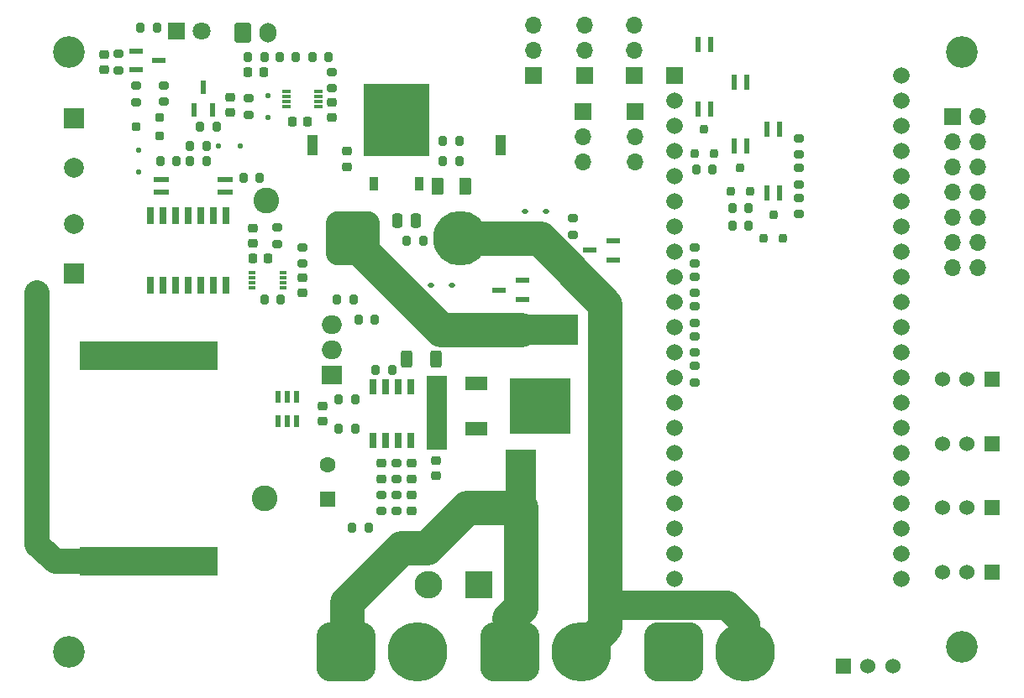
<source format=gbr>
%TF.GenerationSoftware,KiCad,Pcbnew,8.0.4*%
%TF.CreationDate,2024-08-16T06:12:58+09:00*%
%TF.ProjectId,chibarobo_board_2024,63686962-6172-46f6-926f-5f626f617264,rev?*%
%TF.SameCoordinates,Original*%
%TF.FileFunction,Soldermask,Bot*%
%TF.FilePolarity,Negative*%
%FSLAX46Y46*%
G04 Gerber Fmt 4.6, Leading zero omitted, Abs format (unit mm)*
G04 Created by KiCad (PCBNEW 8.0.4) date 2024-08-16 06:12:58*
%MOMM*%
%LPD*%
G01*
G04 APERTURE LIST*
G04 Aperture macros list*
%AMRoundRect*
0 Rectangle with rounded corners*
0 $1 Rounding radius*
0 $2 $3 $4 $5 $6 $7 $8 $9 X,Y pos of 4 corners*
0 Add a 4 corners polygon primitive as box body*
4,1,4,$2,$3,$4,$5,$6,$7,$8,$9,$2,$3,0*
0 Add four circle primitives for the rounded corners*
1,1,$1+$1,$2,$3*
1,1,$1+$1,$4,$5*
1,1,$1+$1,$6,$7*
1,1,$1+$1,$8,$9*
0 Add four rect primitives between the rounded corners*
20,1,$1+$1,$2,$3,$4,$5,0*
20,1,$1+$1,$4,$5,$6,$7,0*
20,1,$1+$1,$6,$7,$8,$9,0*
20,1,$1+$1,$8,$9,$2,$3,0*%
%AMFreePoly0*
4,1,5,1.500000,-5.750000,-1.500000,-5.750000,-1.500000,5.750000,1.500000,5.750000,1.500000,-5.750000,1.500000,-5.750000,$1*%
%AMFreePoly1*
4,1,5,1.000000,-3.750000,-1.000000,-3.750000,-1.000000,3.750000,1.000000,3.750000,1.000000,-3.750000,1.000000,-3.750000,$1*%
G04 Aperture macros list end*
%ADD10C,3.500000*%
%ADD11C,2.500000*%
%ADD12C,3.000000*%
%ADD13RoundRect,0.200000X0.250000X0.200000X-0.250000X0.200000X-0.250000X-0.200000X0.250000X-0.200000X0*%
%ADD14RoundRect,0.200000X0.200000X-0.250000X0.200000X0.250000X-0.200000X0.250000X-0.200000X-0.250000X0*%
%ADD15R,1.000000X2.000000*%
%ADD16RoundRect,1.375000X-1.375000X-1.375000X1.375000X-1.375000X1.375000X1.375000X-1.375000X1.375000X0*%
%ADD17C,5.500000*%
%ADD18R,1.524000X1.524000*%
%ADD19C,1.524000*%
%ADD20R,1.700000X1.700000*%
%ADD21O,1.700000X1.700000*%
%ADD22FreePoly0,180.000000*%
%ADD23FreePoly1,180.000000*%
%ADD24FreePoly0,270.000000*%
%ADD25RoundRect,0.250000X-0.600000X-0.750000X0.600000X-0.750000X0.600000X0.750000X-0.600000X0.750000X0*%
%ADD26O,1.700000X2.000000*%
%ADD27C,3.200000*%
%ADD28RoundRect,1.500000X-1.500000X-1.500000X1.500000X-1.500000X1.500000X1.500000X-1.500000X1.500000X0*%
%ADD29C,6.000000*%
%ADD30R,2.800000X2.800000*%
%ADD31O,2.800000X2.800000*%
%ADD32C,2.600000*%
%ADD33R,1.665000X1.665000*%
%ADD34C,1.665000*%
%ADD35R,2.000000X1.905000*%
%ADD36O,2.000000X1.905000*%
%ADD37R,1.800000X1.800000*%
%ADD38C,1.800000*%
%ADD39RoundRect,0.200000X-0.275000X0.200000X-0.275000X-0.200000X0.275000X-0.200000X0.275000X0.200000X0*%
%ADD40RoundRect,0.225000X0.250000X-0.225000X0.250000X0.225000X-0.250000X0.225000X-0.250000X-0.225000X0*%
%ADD41RoundRect,0.225000X-0.250000X0.225000X-0.250000X-0.225000X0.250000X-0.225000X0.250000X0.225000X0*%
%ADD42RoundRect,0.200000X-0.200000X-0.275000X0.200000X-0.275000X0.200000X0.275000X-0.200000X0.275000X0*%
%ADD43R,0.850000X0.300000*%
%ADD44R,1.600000X1.600000*%
%ADD45C,1.600000*%
%ADD46R,2.286000X1.397000*%
%ADD47R,6.180000X5.690000*%
%ADD48R,2.000000X2.000000*%
%ADD49C,2.000000*%
%ADD50RoundRect,0.137500X0.137500X-0.662500X0.137500X0.662500X-0.137500X0.662500X-0.137500X-0.662500X0*%
%ADD51RoundRect,0.200000X0.200000X0.275000X-0.200000X0.275000X-0.200000X-0.275000X0.200000X-0.275000X0*%
%ADD52R,0.700000X1.775000*%
%ADD53RoundRect,0.225000X-0.225000X-0.250000X0.225000X-0.250000X0.225000X0.250000X-0.225000X0.250000X0*%
%ADD54RoundRect,0.200000X0.275000X-0.200000X0.275000X0.200000X-0.275000X0.200000X-0.275000X-0.200000X0*%
%ADD55RoundRect,0.112500X0.187500X0.112500X-0.187500X0.112500X-0.187500X-0.112500X0.187500X-0.112500X0*%
%ADD56RoundRect,0.125000X0.125000X0.125000X-0.125000X0.125000X-0.125000X-0.125000X0.125000X-0.125000X0*%
%ADD57RoundRect,0.125000X0.125000X-0.125000X0.125000X0.125000X-0.125000X0.125000X-0.125000X-0.125000X0*%
%ADD58RoundRect,0.250000X0.250000X0.475000X-0.250000X0.475000X-0.250000X-0.475000X0.250000X-0.475000X0*%
%ADD59R,1.450000X0.600000*%
%ADD60RoundRect,0.225000X0.225000X0.250000X-0.225000X0.250000X-0.225000X-0.250000X0.225000X-0.250000X0*%
%ADD61RoundRect,0.250000X-0.375000X-0.625000X0.375000X-0.625000X0.375000X0.625000X-0.375000X0.625000X0*%
%ADD62RoundRect,0.250000X0.312500X0.625000X-0.312500X0.625000X-0.312500X-0.625000X0.312500X-0.625000X0*%
%ADD63R,0.600000X1.450000*%
%ADD64R,0.700000X1.525000*%
%ADD65R,0.800000X0.300000*%
%ADD66RoundRect,0.137500X-0.662500X-0.137500X0.662500X-0.137500X0.662500X0.137500X-0.662500X0.137500X0*%
%ADD67R,0.600000X1.200000*%
%ADD68R,0.939800X1.320800*%
%ADD69R,6.604000X7.315200*%
%ADD70R,14.000000X3.000000*%
G04 APERTURE END LIST*
D10*
X138500000Y-105000000D02*
X133000000Y-110500000D01*
D11*
X101730816Y-104643492D02*
X101729965Y-79302552D01*
D10*
X142500000Y-83000000D02*
X150500000Y-83000000D01*
X159000000Y-113000000D02*
X156500000Y-115500000D01*
X144498641Y-73780750D02*
X152000000Y-73780750D01*
X145055344Y-100927428D02*
X141499970Y-104499970D01*
X133500000Y-74000000D02*
X142500000Y-83000000D01*
D12*
X171267355Y-110740643D02*
X159072386Y-110740643D01*
X173098915Y-112625679D02*
X171267355Y-110740643D01*
D10*
X150500000Y-101000000D02*
X145055344Y-100927428D01*
D11*
X103571302Y-106401960D02*
X101730816Y-104643492D01*
D10*
X133000000Y-110500000D02*
X133000000Y-115500000D01*
X152473262Y-73780750D02*
X159000000Y-80500000D01*
D11*
X113000000Y-106379679D02*
X103571302Y-106401960D01*
D10*
X159000000Y-80500000D02*
X159000000Y-113000000D01*
X150500000Y-110500000D02*
X150500000Y-101000000D01*
X149362265Y-112143333D02*
X150500000Y-111000000D01*
X138500000Y-105000000D02*
X141000000Y-105000000D01*
D13*
%TO.C,Q8*%
X114150000Y-61550000D03*
X114150000Y-63450000D03*
X111750000Y-62500000D03*
%TD*%
D14*
%TO.C,Q5*%
X176918196Y-73798876D03*
X175018196Y-73798876D03*
X175968196Y-71398876D03*
%TD*%
%TO.C,Q4*%
X173596028Y-69025666D03*
X171696028Y-69025666D03*
X172646028Y-66625666D03*
%TD*%
%TO.C,Q3*%
X169950000Y-65200000D03*
X168050000Y-65200000D03*
X169000000Y-62800000D03*
%TD*%
D15*
%TO.C,J16*%
X129550000Y-64350000D03*
X148450000Y-64350000D03*
D16*
X133550000Y-73750000D03*
D17*
X144450000Y-73750000D03*
%TD*%
D18*
%TO.C,J10*%
X198000000Y-94500000D03*
D19*
X195500000Y-94500000D03*
X193000000Y-94500000D03*
%TD*%
D18*
%TO.C,J14*%
X183000000Y-117000000D03*
D19*
X185500000Y-117000000D03*
X188000000Y-117000000D03*
%TD*%
D20*
%TO.C,J1*%
X193997513Y-61494733D03*
D21*
X196537513Y-61494733D03*
X193997513Y-64034733D03*
X196537513Y-64034733D03*
X193997513Y-66574733D03*
X196537513Y-66574733D03*
X193997513Y-69114733D03*
X196537513Y-69114733D03*
X193997513Y-71654733D03*
X196537513Y-71654733D03*
X193997513Y-74194733D03*
X196537513Y-74194733D03*
X193997513Y-76734733D03*
X196537513Y-76734733D03*
%TD*%
D18*
%TO.C,J13*%
X198000000Y-107500000D03*
D19*
X195500000Y-107500000D03*
X193000000Y-107500000D03*
%TD*%
D22*
%TO.C,K1*%
X150500000Y-100900000D03*
D23*
X142050000Y-91400000D03*
X158950000Y-91400000D03*
D24*
X150500000Y-83000000D03*
%TD*%
D25*
%TO.C,J15*%
X122500000Y-53000000D03*
D26*
X125000000Y-53000000D03*
%TD*%
D20*
%TO.C,J2*%
X161948959Y-57363564D03*
D21*
X161948959Y-54823564D03*
X161948959Y-52283564D03*
%TD*%
D27*
%TO.C,H3*%
X105000000Y-115500000D03*
%TD*%
D20*
%TO.C,J4*%
X151768554Y-57385064D03*
D21*
X151768554Y-54845064D03*
X151768554Y-52305064D03*
%TD*%
D27*
%TO.C,H2*%
X195000000Y-55000000D03*
%TD*%
D28*
%TO.C,J9*%
X149400000Y-115500000D03*
D29*
X156600000Y-115500000D03*
%TD*%
D18*
%TO.C,J12*%
X198000000Y-101000000D03*
D19*
X195500000Y-101000000D03*
X193000000Y-101000000D03*
%TD*%
D30*
%TO.C,D8*%
X146319950Y-108748157D03*
D31*
X141239950Y-108748157D03*
%TD*%
D28*
%TO.C,J11*%
X132900000Y-115500000D03*
D29*
X140100000Y-115500000D03*
%TD*%
D20*
%TO.C,J6*%
X156776836Y-61000178D03*
D21*
X156776836Y-63540178D03*
X156776836Y-66080178D03*
%TD*%
D32*
%TO.C,HS1*%
X124687500Y-100000000D03*
X124887500Y-70000000D03*
%TD*%
D20*
%TO.C,J5*%
X162000000Y-61000000D03*
D21*
X162000000Y-63540000D03*
X162000000Y-66080000D03*
%TD*%
D33*
%TO.C,IC1*%
X166035000Y-57325000D03*
D34*
X166035000Y-59865000D03*
X166035000Y-62405000D03*
X166035000Y-64945000D03*
X166035000Y-67485000D03*
X166035000Y-70025000D03*
X166035000Y-72565000D03*
X166035000Y-75105000D03*
X166035000Y-77645000D03*
X166035000Y-80185000D03*
X166035000Y-82725000D03*
X166035000Y-85265000D03*
X166035000Y-87805000D03*
X166035000Y-90345000D03*
X166035000Y-92885000D03*
X166035000Y-95425000D03*
X166035000Y-97965000D03*
X166035000Y-100505000D03*
X166035000Y-103045000D03*
X166035000Y-105585000D03*
X166035000Y-108125000D03*
X188895000Y-57325000D03*
X188895000Y-59865000D03*
X188895000Y-62405000D03*
X188895000Y-64945000D03*
X188895000Y-67485000D03*
X188895000Y-70025000D03*
X188895000Y-72565000D03*
X188895000Y-75105000D03*
X188895000Y-77645000D03*
X188895000Y-80185000D03*
X188895000Y-82725000D03*
X188895000Y-85265000D03*
X188895000Y-87805000D03*
X188895000Y-90345000D03*
X188895000Y-92885000D03*
X188895000Y-95425000D03*
X188895000Y-97965000D03*
X188895000Y-100505000D03*
X188895000Y-103045000D03*
X188895000Y-105585000D03*
X188895000Y-108125000D03*
%TD*%
D18*
%TO.C,J8*%
X198000000Y-88000000D03*
D19*
X195500000Y-88000000D03*
X193000000Y-88000000D03*
%TD*%
D27*
%TO.C,H4*%
X195000000Y-115000000D03*
%TD*%
D35*
%TO.C,Q1*%
X131445000Y-87540000D03*
D36*
X131445000Y-85000000D03*
X131445000Y-82460000D03*
%TD*%
D28*
%TO.C,J7*%
X165900000Y-115500000D03*
D29*
X173100000Y-115500000D03*
%TD*%
D27*
%TO.C,H1*%
X105000000Y-55000000D03*
%TD*%
D20*
%TO.C,J3*%
X156911870Y-57369899D03*
D21*
X156911870Y-54829899D03*
X156911870Y-52289899D03*
%TD*%
D37*
%TO.C,D5*%
X115828498Y-52898960D03*
D38*
X118368498Y-52898960D03*
%TD*%
D39*
%TO.C,R7*%
X137989124Y-99681981D03*
X137989124Y-101331981D03*
%TD*%
D40*
%TO.C,C17*%
X121213802Y-61097364D03*
X121213802Y-59547364D03*
%TD*%
D41*
%TO.C,C9*%
X128500000Y-77725000D03*
X128500000Y-79275000D03*
%TD*%
%TO.C,C14*%
X131491802Y-60035542D03*
X131491802Y-61585542D03*
%TD*%
D42*
%TO.C,R52*%
X114175000Y-66000000D03*
X115825000Y-66000000D03*
%TD*%
D43*
%TO.C,IC5*%
X130075000Y-59000000D03*
X130075000Y-59500000D03*
X130075000Y-60000000D03*
X130075000Y-60500000D03*
X126925000Y-60500000D03*
X126925000Y-60000000D03*
X126925000Y-59500000D03*
X126925000Y-59000000D03*
%TD*%
D44*
%TO.C,C8*%
X131000000Y-100152651D03*
D45*
X131000000Y-96652651D03*
%TD*%
D46*
%TO.C,Q2*%
X146000000Y-93000000D03*
D47*
X152436000Y-90714000D03*
D46*
X146000000Y-88428000D03*
%TD*%
D48*
%TO.C,C5*%
X105500000Y-77367677D03*
D49*
X105500000Y-72367677D03*
%TD*%
D39*
%TO.C,R61*%
X155787095Y-71776873D03*
X155787095Y-73426873D03*
%TD*%
D41*
%TO.C,C2*%
X139484104Y-96491895D03*
X139484104Y-98041895D03*
%TD*%
D39*
%TO.C,R19*%
X178500000Y-69675000D03*
X178500000Y-71325000D03*
%TD*%
D50*
%TO.C,U1*%
X169635000Y-60750000D03*
X168365000Y-60750000D03*
X168365000Y-54250000D03*
X169635000Y-54250000D03*
%TD*%
D51*
%TO.C,R3*%
X133825000Y-93000000D03*
X132175000Y-93000000D03*
%TD*%
D40*
%TO.C,C1*%
X136500000Y-98050000D03*
X136500000Y-96500000D03*
%TD*%
D51*
%TO.C,R48*%
X113825000Y-52500000D03*
X112175000Y-52500000D03*
%TD*%
D41*
%TO.C,C6*%
X142000000Y-96225000D03*
X142000000Y-97775000D03*
%TD*%
D39*
%TO.C,R6*%
X138004623Y-96446313D03*
X138004623Y-98096313D03*
%TD*%
D42*
%TO.C,R1*%
X133500000Y-103000000D03*
X135150000Y-103000000D03*
%TD*%
D52*
%TO.C,IC3*%
X120810000Y-78538000D03*
X119540000Y-78538000D03*
X118270000Y-78538000D03*
X117000000Y-78538000D03*
X115730000Y-78538000D03*
X114460000Y-78538000D03*
X113190000Y-78538000D03*
X113190000Y-71462000D03*
X114460000Y-71462000D03*
X115730000Y-71462000D03*
X117000000Y-71462000D03*
X118270000Y-71462000D03*
X119540000Y-71462000D03*
X120810000Y-71462000D03*
%TD*%
D53*
%TO.C,C18*%
X127450000Y-62000000D03*
X129000000Y-62000000D03*
%TD*%
D54*
%TO.C,R42*%
X123075000Y-61325000D03*
X123075000Y-59675000D03*
%TD*%
D39*
%TO.C,R37*%
X128500000Y-74675000D03*
X128500000Y-76325000D03*
%TD*%
D42*
%TO.C,R59*%
X142675000Y-64000000D03*
X144325000Y-64000000D03*
%TD*%
%TO.C,R49*%
X118175000Y-62557176D03*
X119825000Y-62557176D03*
%TD*%
%TO.C,R18*%
X171850000Y-72500000D03*
X173500000Y-72500000D03*
%TD*%
D40*
%TO.C,C7*%
X130500000Y-92275000D03*
X130500000Y-90725000D03*
%TD*%
D42*
%TO.C,R57*%
X139042214Y-74029487D03*
X140692214Y-74029487D03*
%TD*%
D55*
%TO.C,D9*%
X153054674Y-71055664D03*
X150954674Y-71055664D03*
%TD*%
D40*
%TO.C,C15*%
X108500000Y-56775000D03*
X108500000Y-55225000D03*
%TD*%
D42*
%TO.C,R50*%
X117175000Y-66000000D03*
X118825000Y-66000000D03*
%TD*%
D41*
%TO.C,C10*%
X133000000Y-65000000D03*
X133000000Y-66550000D03*
%TD*%
D56*
%TO.C,D7*%
X122206320Y-64500000D03*
X120006320Y-64500000D03*
%TD*%
D41*
%TO.C,C13*%
X123500000Y-72725000D03*
X123500000Y-74275000D03*
%TD*%
D48*
%TO.C,C4*%
X105500000Y-61632323D03*
D49*
X105500000Y-66632323D03*
%TD*%
D42*
%TO.C,R12*%
X168180651Y-66829614D03*
X169830651Y-66829614D03*
%TD*%
D57*
%TO.C,D4*%
X125047660Y-61607385D03*
X125047660Y-59407385D03*
%TD*%
D54*
%TO.C,R13*%
X178500000Y-65325000D03*
X178500000Y-63675000D03*
%TD*%
D58*
%TO.C,C12*%
X139950000Y-72000000D03*
X138050000Y-72000000D03*
%TD*%
D54*
%TO.C,R2*%
X136500000Y-101325000D03*
X136500000Y-99675000D03*
%TD*%
D57*
%TO.C,D6*%
X112000000Y-67100000D03*
X112000000Y-64900000D03*
%TD*%
D42*
%TO.C,R40*%
X129500000Y-55500000D03*
X131150000Y-55500000D03*
%TD*%
D59*
%TO.C,Q13*%
X159800000Y-74050000D03*
X159800000Y-75950000D03*
X157500000Y-75000000D03*
%TD*%
D42*
%TO.C,R60*%
X142675000Y-66000000D03*
X144325000Y-66000000D03*
%TD*%
D39*
%TO.C,R29*%
X168000000Y-77675000D03*
X168000000Y-79325000D03*
%TD*%
D54*
%TO.C,R47*%
X114494934Y-60012836D03*
X114494934Y-58362836D03*
%TD*%
D60*
%TO.C,C11*%
X125032379Y-75790854D03*
X123482379Y-75790854D03*
%TD*%
D39*
%TO.C,R44*%
X110000000Y-55175000D03*
X110000000Y-56825000D03*
%TD*%
%TO.C,R31*%
X168000000Y-80675000D03*
X168000000Y-82325000D03*
%TD*%
D50*
%TO.C,U3*%
X176635000Y-69250000D03*
X175365000Y-69250000D03*
X175365000Y-62750000D03*
X176635000Y-62750000D03*
%TD*%
D53*
%TO.C,C16*%
X123035342Y-57008178D03*
X124585342Y-57008178D03*
%TD*%
D59*
%TO.C,Q11*%
X150650000Y-78050000D03*
X150650000Y-79950000D03*
X148350000Y-79000000D03*
%TD*%
D39*
%TO.C,R33*%
X168000000Y-83675000D03*
X168000000Y-85325000D03*
%TD*%
%TO.C,R27*%
X168000000Y-74675000D03*
X168000000Y-76325000D03*
%TD*%
D61*
%TO.C,F1*%
X142100000Y-68500000D03*
X144900000Y-68500000D03*
%TD*%
D42*
%TO.C,R15*%
X171830768Y-70735149D03*
X173480768Y-70735149D03*
%TD*%
D39*
%TO.C,R35*%
X168000000Y-86675000D03*
X168000000Y-88325000D03*
%TD*%
D62*
%TO.C,R58*%
X141962500Y-86000000D03*
X139037500Y-86000000D03*
%TD*%
D39*
%TO.C,R41*%
X131500000Y-57000000D03*
X131500000Y-58650000D03*
%TD*%
D42*
%TO.C,R55*%
X134175000Y-82000000D03*
X135825000Y-82000000D03*
%TD*%
D51*
%TO.C,R9*%
X133825000Y-90000000D03*
X132175000Y-90000000D03*
%TD*%
D39*
%TO.C,R54*%
X126000000Y-72686152D03*
X126000000Y-74336152D03*
%TD*%
D63*
%TO.C,Q10*%
X119450000Y-60800000D03*
X117550000Y-60800000D03*
X118500000Y-58500000D03*
%TD*%
D51*
%TO.C,R45*%
X127825000Y-55500000D03*
X126175000Y-55500000D03*
%TD*%
D54*
%TO.C,R16*%
X178500000Y-68325000D03*
X178500000Y-66675000D03*
%TD*%
D55*
%TO.C,D10*%
X143550000Y-78500000D03*
X141450000Y-78500000D03*
%TD*%
D64*
%TO.C,IC2*%
X139405000Y-94212000D03*
X138135000Y-94212000D03*
X136865000Y-94212000D03*
X135595000Y-94212000D03*
X135595000Y-88788000D03*
X136865000Y-88788000D03*
X138135000Y-88788000D03*
X139405000Y-88788000D03*
%TD*%
D42*
%TO.C,R39*%
X124675000Y-80000000D03*
X126325000Y-80000000D03*
%TD*%
D65*
%TO.C,U6*%
X126550000Y-77250000D03*
X126550000Y-77750000D03*
X126550000Y-78250000D03*
X126550000Y-78750000D03*
X123450000Y-78750000D03*
X123450000Y-78250000D03*
X123450000Y-77750000D03*
X123450000Y-77250000D03*
%TD*%
D66*
%TO.C,U7*%
X114250000Y-69135000D03*
X114250000Y-67865000D03*
X120750000Y-67865000D03*
X120750000Y-69135000D03*
%TD*%
D51*
%TO.C,R46*%
X124650000Y-55500000D03*
X123000000Y-55500000D03*
%TD*%
D40*
%TO.C,C3*%
X139492501Y-101270049D03*
X139492501Y-99720049D03*
%TD*%
D50*
%TO.C,U2*%
X173270000Y-64500000D03*
X172000000Y-64500000D03*
X172000000Y-58000000D03*
X173270000Y-58000000D03*
%TD*%
D39*
%TO.C,R43*%
X111757701Y-58375540D03*
X111757701Y-60025540D03*
%TD*%
D67*
%TO.C,U8*%
X126050000Y-89750000D03*
X127000000Y-89750000D03*
X127950000Y-89750000D03*
X127950000Y-92250000D03*
X127000000Y-92250000D03*
X126050000Y-92250000D03*
%TD*%
D51*
%TO.C,R56*%
X133650000Y-80000000D03*
X132000000Y-80000000D03*
%TD*%
%TO.C,R8*%
X137551657Y-87032933D03*
X135901657Y-87032933D03*
%TD*%
D68*
%TO.C,IC4*%
X140260600Y-68299200D03*
D69*
X138000000Y-61847600D03*
D68*
X135739400Y-68299200D03*
%TD*%
D70*
%TO.C,L1*%
X113000000Y-85600000D03*
X113000000Y-106400000D03*
%TD*%
D42*
%TO.C,R53*%
X122538694Y-67672970D03*
X124188694Y-67672970D03*
%TD*%
D59*
%TO.C,Q9*%
X111750000Y-56800000D03*
X111750000Y-54900000D03*
X114050000Y-55850000D03*
%TD*%
D51*
%TO.C,R51*%
X118825904Y-64495647D03*
X117175904Y-64495647D03*
%TD*%
M02*

</source>
